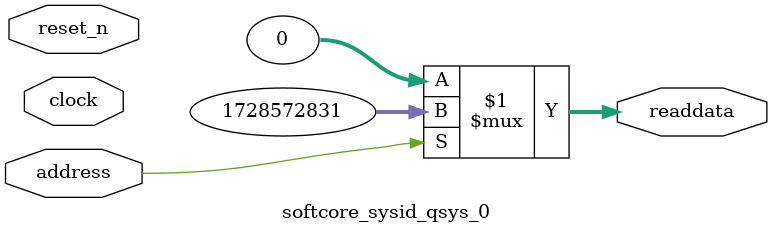
<source format=v>



// synthesis translate_off
`timescale 1ns / 1ps
// synthesis translate_on

// turn off superfluous verilog processor warnings 
// altera message_level Level1 
// altera message_off 10034 10035 10036 10037 10230 10240 10030 

module softcore_sysid_qsys_0 (
               // inputs:
                address,
                clock,
                reset_n,

               // outputs:
                readdata
             )
;

  output  [ 31: 0] readdata;
  input            address;
  input            clock;
  input            reset_n;

  wire    [ 31: 0] readdata;
  //control_slave, which is an e_avalon_slave
  assign readdata = address ? 1728572831 : 0;

endmodule



</source>
